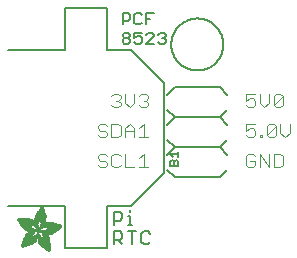
<source format=gbr>
G04 EAGLE Gerber RS-274X export*
G75*
%MOMM*%
%FSLAX34Y34*%
%LPD*%
%INSilkscreen Top*%
%IPPOS*%
%AMOC8*
5,1,8,0,0,1.08239X$1,22.5*%
G01*
%ADD10C,0.152400*%
%ADD11C,0.177800*%
%ADD12R,0.050800X0.006300*%
%ADD13R,0.082600X0.006400*%
%ADD14R,0.120600X0.006300*%
%ADD15R,0.139700X0.006400*%
%ADD16R,0.158800X0.006300*%
%ADD17R,0.177800X0.006400*%
%ADD18R,0.196800X0.006300*%
%ADD19R,0.215900X0.006400*%
%ADD20R,0.228600X0.006300*%
%ADD21R,0.241300X0.006400*%
%ADD22R,0.254000X0.006300*%
%ADD23R,0.266700X0.006400*%
%ADD24R,0.279400X0.006300*%
%ADD25R,0.285700X0.006400*%
%ADD26R,0.298400X0.006300*%
%ADD27R,0.311200X0.006400*%
%ADD28R,0.317500X0.006300*%
%ADD29R,0.330200X0.006400*%
%ADD30R,0.336600X0.006300*%
%ADD31R,0.349200X0.006400*%
%ADD32R,0.361900X0.006300*%
%ADD33R,0.368300X0.006400*%
%ADD34R,0.381000X0.006300*%
%ADD35R,0.387300X0.006400*%
%ADD36R,0.393700X0.006300*%
%ADD37R,0.406400X0.006400*%
%ADD38R,0.412700X0.006300*%
%ADD39R,0.419100X0.006400*%
%ADD40R,0.431800X0.006300*%
%ADD41R,0.438100X0.006400*%
%ADD42R,0.450800X0.006300*%
%ADD43R,0.457200X0.006400*%
%ADD44R,0.463500X0.006300*%
%ADD45R,0.476200X0.006400*%
%ADD46R,0.482600X0.006300*%
%ADD47R,0.488900X0.006400*%
%ADD48R,0.501600X0.006300*%
%ADD49R,0.508000X0.006400*%
%ADD50R,0.514300X0.006300*%
%ADD51R,0.527000X0.006400*%
%ADD52R,0.533400X0.006300*%
%ADD53R,0.546100X0.006400*%
%ADD54R,0.552400X0.006300*%
%ADD55R,0.558800X0.006400*%
%ADD56R,0.571500X0.006300*%
%ADD57R,0.577800X0.006400*%
%ADD58R,0.584200X0.006300*%
%ADD59R,0.596900X0.006400*%
%ADD60R,0.603200X0.006300*%
%ADD61R,0.609600X0.006400*%
%ADD62R,0.622300X0.006300*%
%ADD63R,0.628600X0.006400*%
%ADD64R,0.641300X0.006300*%
%ADD65R,0.647700X0.006400*%
%ADD66R,0.063500X0.006300*%
%ADD67R,0.654000X0.006300*%
%ADD68R,0.101600X0.006400*%
%ADD69R,0.666700X0.006400*%
%ADD70R,0.139700X0.006300*%
%ADD71R,0.673100X0.006300*%
%ADD72R,0.165100X0.006400*%
%ADD73R,0.679400X0.006400*%
%ADD74R,0.196900X0.006300*%
%ADD75R,0.692100X0.006300*%
%ADD76R,0.222200X0.006400*%
%ADD77R,0.698500X0.006400*%
%ADD78R,0.247700X0.006300*%
%ADD79R,0.704800X0.006300*%
%ADD80R,0.279400X0.006400*%
%ADD81R,0.717500X0.006400*%
%ADD82R,0.298500X0.006300*%
%ADD83R,0.723900X0.006300*%
%ADD84R,0.736600X0.006400*%
%ADD85R,0.342900X0.006300*%
%ADD86R,0.742900X0.006300*%
%ADD87R,0.374700X0.006400*%
%ADD88R,0.749300X0.006400*%
%ADD89R,0.762000X0.006300*%
%ADD90R,0.412700X0.006400*%
%ADD91R,0.768300X0.006400*%
%ADD92R,0.438100X0.006300*%
%ADD93R,0.774700X0.006300*%
%ADD94R,0.463600X0.006400*%
%ADD95R,0.787400X0.006400*%
%ADD96R,0.793700X0.006300*%
%ADD97R,0.495300X0.006400*%
%ADD98R,0.800100X0.006400*%
%ADD99R,0.520700X0.006300*%
%ADD100R,0.812800X0.006300*%
%ADD101R,0.533400X0.006400*%
%ADD102R,0.819100X0.006400*%
%ADD103R,0.558800X0.006300*%
%ADD104R,0.825500X0.006300*%
%ADD105R,0.577900X0.006400*%
%ADD106R,0.831800X0.006400*%
%ADD107R,0.596900X0.006300*%
%ADD108R,0.844500X0.006300*%
%ADD109R,0.616000X0.006400*%
%ADD110R,0.850900X0.006400*%
%ADD111R,0.635000X0.006300*%
%ADD112R,0.857200X0.006300*%
%ADD113R,0.654100X0.006400*%
%ADD114R,0.863600X0.006400*%
%ADD115R,0.666700X0.006300*%
%ADD116R,0.869900X0.006300*%
%ADD117R,0.685800X0.006400*%
%ADD118R,0.876300X0.006400*%
%ADD119R,0.882600X0.006300*%
%ADD120R,0.723900X0.006400*%
%ADD121R,0.889000X0.006400*%
%ADD122R,0.895300X0.006300*%
%ADD123R,0.755700X0.006400*%
%ADD124R,0.901700X0.006400*%
%ADD125R,0.908000X0.006300*%
%ADD126R,0.793800X0.006400*%
%ADD127R,0.914400X0.006400*%
%ADD128R,0.806400X0.006300*%
%ADD129R,0.920700X0.006300*%
%ADD130R,0.825500X0.006400*%
%ADD131R,0.927100X0.006400*%
%ADD132R,0.933400X0.006300*%
%ADD133R,0.857300X0.006400*%
%ADD134R,0.939800X0.006400*%
%ADD135R,0.870000X0.006300*%
%ADD136R,0.939800X0.006300*%
%ADD137R,0.946100X0.006400*%
%ADD138R,0.952500X0.006300*%
%ADD139R,0.908000X0.006400*%
%ADD140R,0.958800X0.006400*%
%ADD141R,0.965200X0.006300*%
%ADD142R,0.965200X0.006400*%
%ADD143R,0.971500X0.006300*%
%ADD144R,0.952500X0.006400*%
%ADD145R,0.977900X0.006400*%
%ADD146R,0.958800X0.006300*%
%ADD147R,0.984200X0.006300*%
%ADD148R,0.971500X0.006400*%
%ADD149R,0.984200X0.006400*%
%ADD150R,0.990600X0.006300*%
%ADD151R,0.984300X0.006400*%
%ADD152R,0.996900X0.006400*%
%ADD153R,0.997000X0.006300*%
%ADD154R,0.996900X0.006300*%
%ADD155R,1.003300X0.006400*%
%ADD156R,1.016000X0.006300*%
%ADD157R,1.009600X0.006300*%
%ADD158R,1.016000X0.006400*%
%ADD159R,1.009600X0.006400*%
%ADD160R,1.022300X0.006300*%
%ADD161R,1.028700X0.006400*%
%ADD162R,1.035100X0.006300*%
%ADD163R,1.047800X0.006400*%
%ADD164R,1.054100X0.006300*%
%ADD165R,1.028700X0.006300*%
%ADD166R,1.054100X0.006400*%
%ADD167R,1.035000X0.006400*%
%ADD168R,1.060400X0.006300*%
%ADD169R,1.035000X0.006300*%
%ADD170R,1.060500X0.006400*%
%ADD171R,1.041400X0.006400*%
%ADD172R,1.066800X0.006300*%
%ADD173R,1.041400X0.006300*%
%ADD174R,1.079500X0.006400*%
%ADD175R,1.047700X0.006400*%
%ADD176R,1.085900X0.006300*%
%ADD177R,1.047700X0.006300*%
%ADD178R,1.085800X0.006400*%
%ADD179R,1.092200X0.006300*%
%ADD180R,1.085900X0.006400*%
%ADD181R,1.098600X0.006300*%
%ADD182R,1.098600X0.006400*%
%ADD183R,1.060400X0.006400*%
%ADD184R,1.104900X0.006300*%
%ADD185R,1.104900X0.006400*%
%ADD186R,1.066800X0.006400*%
%ADD187R,1.111200X0.006300*%
%ADD188R,1.117600X0.006400*%
%ADD189R,1.117600X0.006300*%
%ADD190R,1.073100X0.006300*%
%ADD191R,1.073100X0.006400*%
%ADD192R,1.124000X0.006300*%
%ADD193R,1.079500X0.006300*%
%ADD194R,1.123900X0.006400*%
%ADD195R,1.130300X0.006300*%
%ADD196R,1.130300X0.006400*%
%ADD197R,1.136700X0.006400*%
%ADD198R,1.136700X0.006300*%
%ADD199R,1.085800X0.006300*%
%ADD200R,1.136600X0.006400*%
%ADD201R,1.136600X0.006300*%
%ADD202R,1.143000X0.006400*%
%ADD203R,1.143000X0.006300*%
%ADD204R,1.149400X0.006300*%
%ADD205R,1.149300X0.006300*%
%ADD206R,1.149300X0.006400*%
%ADD207R,1.149400X0.006400*%
%ADD208R,1.155700X0.006400*%
%ADD209R,1.155700X0.006300*%
%ADD210R,1.060500X0.006300*%
%ADD211R,2.197100X0.006400*%
%ADD212R,2.197100X0.006300*%
%ADD213R,2.184400X0.006300*%
%ADD214R,2.184400X0.006400*%
%ADD215R,2.171700X0.006400*%
%ADD216R,2.171700X0.006300*%
%ADD217R,1.530300X0.006400*%
%ADD218R,1.505000X0.006300*%
%ADD219R,1.492300X0.006400*%
%ADD220R,1.485900X0.006300*%
%ADD221R,0.565200X0.006300*%
%ADD222R,1.473200X0.006400*%
%ADD223R,0.565200X0.006400*%
%ADD224R,1.460500X0.006300*%
%ADD225R,1.454100X0.006400*%
%ADD226R,0.552400X0.006400*%
%ADD227R,1.441500X0.006300*%
%ADD228R,0.546100X0.006300*%
%ADD229R,1.435100X0.006400*%
%ADD230R,0.539800X0.006400*%
%ADD231R,1.428800X0.006300*%
%ADD232R,1.422400X0.006400*%
%ADD233R,1.409700X0.006300*%
%ADD234R,0.527100X0.006300*%
%ADD235R,1.403300X0.006400*%
%ADD236R,0.527100X0.006400*%
%ADD237R,1.390700X0.006300*%
%ADD238R,1.384300X0.006400*%
%ADD239R,0.520700X0.006400*%
%ADD240R,1.384300X0.006300*%
%ADD241R,0.514400X0.006300*%
%ADD242R,1.371600X0.006400*%
%ADD243R,1.365200X0.006300*%
%ADD244R,0.508000X0.006300*%
%ADD245R,1.352600X0.006400*%
%ADD246R,0.501700X0.006400*%
%ADD247R,0.711200X0.006300*%
%ADD248R,0.603300X0.006300*%
%ADD249R,0.501700X0.006300*%
%ADD250R,0.692100X0.006400*%
%ADD251R,0.571500X0.006400*%
%ADD252R,0.679400X0.006300*%
%ADD253R,0.495300X0.006300*%
%ADD254R,0.673100X0.006400*%
%ADD255R,0.666800X0.006300*%
%ADD256R,0.488900X0.006300*%
%ADD257R,0.660400X0.006400*%
%ADD258R,0.482600X0.006400*%
%ADD259R,0.476200X0.006300*%
%ADD260R,0.654000X0.006400*%
%ADD261R,0.469900X0.006400*%
%ADD262R,0.476300X0.006400*%
%ADD263R,0.647700X0.006300*%
%ADD264R,0.457200X0.006300*%
%ADD265R,0.469900X0.006300*%
%ADD266R,0.641300X0.006400*%
%ADD267R,0.444500X0.006400*%
%ADD268R,0.463600X0.006300*%
%ADD269R,0.635000X0.006400*%
%ADD270R,0.463500X0.006400*%
%ADD271R,0.393700X0.006400*%
%ADD272R,0.450800X0.006400*%
%ADD273R,0.628600X0.006300*%
%ADD274R,0.387400X0.006300*%
%ADD275R,0.450900X0.006300*%
%ADD276R,0.628700X0.006400*%
%ADD277R,0.374600X0.006400*%
%ADD278R,0.368300X0.006300*%
%ADD279R,0.438200X0.006300*%
%ADD280R,0.622300X0.006400*%
%ADD281R,0.355600X0.006400*%
%ADD282R,0.431800X0.006400*%
%ADD283R,0.349300X0.006300*%
%ADD284R,0.425400X0.006300*%
%ADD285R,0.615900X0.006300*%
%ADD286R,0.330200X0.006300*%
%ADD287R,0.419100X0.006300*%
%ADD288R,0.616000X0.006300*%
%ADD289R,0.311200X0.006300*%
%ADD290R,0.406400X0.006300*%
%ADD291R,0.615900X0.006400*%
%ADD292R,0.304800X0.006400*%
%ADD293R,0.158800X0.006400*%
%ADD294R,0.609600X0.006300*%
%ADD295R,0.292100X0.006300*%
%ADD296R,0.235000X0.006300*%
%ADD297R,0.387400X0.006400*%
%ADD298R,0.292100X0.006400*%
%ADD299R,0.336500X0.006300*%
%ADD300R,0.260400X0.006300*%
%ADD301R,0.603300X0.006400*%
%ADD302R,0.260400X0.006400*%
%ADD303R,0.362000X0.006400*%
%ADD304R,0.450900X0.006400*%
%ADD305R,0.355600X0.006300*%
%ADD306R,0.342900X0.006400*%
%ADD307R,0.514300X0.006400*%
%ADD308R,0.234900X0.006300*%
%ADD309R,0.539700X0.006300*%
%ADD310R,0.603200X0.006400*%
%ADD311R,0.234900X0.006400*%
%ADD312R,0.920700X0.006400*%
%ADD313R,0.958900X0.006400*%
%ADD314R,0.215900X0.006300*%
%ADD315R,0.209600X0.006400*%
%ADD316R,0.203200X0.006300*%
%ADD317R,1.003300X0.006300*%
%ADD318R,0.203200X0.006400*%
%ADD319R,0.196900X0.006400*%
%ADD320R,0.190500X0.006300*%
%ADD321R,0.190500X0.006400*%
%ADD322R,0.184200X0.006300*%
%ADD323R,0.590500X0.006400*%
%ADD324R,0.184200X0.006400*%
%ADD325R,0.590500X0.006300*%
%ADD326R,0.177800X0.006300*%
%ADD327R,0.584200X0.006400*%
%ADD328R,1.168400X0.006400*%
%ADD329R,0.171500X0.006300*%
%ADD330R,1.187500X0.006300*%
%ADD331R,1.200100X0.006400*%
%ADD332R,0.577800X0.006300*%
%ADD333R,1.212900X0.006300*%
%ADD334R,1.231900X0.006400*%
%ADD335R,1.250900X0.006300*%
%ADD336R,0.565100X0.006400*%
%ADD337R,0.184100X0.006400*%
%ADD338R,1.263700X0.006400*%
%ADD339R,0.565100X0.006300*%
%ADD340R,1.289100X0.006300*%
%ADD341R,1.314400X0.006400*%
%ADD342R,0.552500X0.006300*%
%ADD343R,1.568500X0.006300*%
%ADD344R,0.552500X0.006400*%
%ADD345R,1.581200X0.006400*%
%ADD346R,1.593800X0.006300*%
%ADD347R,1.606500X0.006400*%
%ADD348R,1.619300X0.006300*%
%ADD349R,0.514400X0.006400*%
%ADD350R,1.638300X0.006400*%
%ADD351R,1.657300X0.006300*%
%ADD352R,2.209800X0.006400*%
%ADD353R,2.425700X0.006300*%
%ADD354R,2.470100X0.006400*%
%ADD355R,2.501900X0.006300*%
%ADD356R,2.533700X0.006400*%
%ADD357R,2.559000X0.006300*%
%ADD358R,2.584500X0.006400*%
%ADD359R,2.609900X0.006300*%
%ADD360R,2.628900X0.006400*%
%ADD361R,2.660600X0.006300*%
%ADD362R,2.673400X0.006400*%
%ADD363R,1.422400X0.006300*%
%ADD364R,1.200200X0.006300*%
%ADD365R,1.365300X0.006300*%
%ADD366R,1.365300X0.006400*%
%ADD367R,1.352500X0.006300*%
%ADD368R,1.098500X0.006300*%
%ADD369R,1.358900X0.006400*%
%ADD370R,1.352600X0.006300*%
%ADD371R,1.358900X0.006300*%
%ADD372R,1.371600X0.006300*%
%ADD373R,1.377900X0.006400*%
%ADD374R,1.397000X0.006400*%
%ADD375R,1.403300X0.006300*%
%ADD376R,0.914400X0.006300*%
%ADD377R,0.876300X0.006300*%
%ADD378R,0.374600X0.006300*%
%ADD379R,1.073200X0.006400*%
%ADD380R,0.374700X0.006300*%
%ADD381R,0.844600X0.006400*%
%ADD382R,0.844600X0.006300*%
%ADD383R,0.831900X0.006400*%
%ADD384R,1.092200X0.006400*%
%ADD385R,0.400000X0.006300*%
%ADD386R,0.819200X0.006400*%
%ADD387R,1.111300X0.006400*%
%ADD388R,0.812800X0.006400*%
%ADD389R,0.800100X0.006300*%
%ADD390R,0.476300X0.006300*%
%ADD391R,1.181100X0.006300*%
%ADD392R,0.501600X0.006400*%
%ADD393R,1.193800X0.006400*%
%ADD394R,0.781000X0.006400*%
%ADD395R,1.238200X0.006400*%
%ADD396R,0.781100X0.006300*%
%ADD397R,1.257300X0.006300*%
%ADD398R,1.295400X0.006400*%
%ADD399R,1.333500X0.006300*%
%ADD400R,0.774700X0.006400*%
%ADD401R,1.866900X0.006400*%
%ADD402R,0.209600X0.006300*%
%ADD403R,1.866900X0.006300*%
%ADD404R,0.768400X0.006400*%
%ADD405R,0.209500X0.006400*%
%ADD406R,1.860600X0.006400*%
%ADD407R,0.762000X0.006400*%
%ADD408R,0.768400X0.006300*%
%ADD409R,1.860600X0.006300*%
%ADD410R,1.860500X0.006400*%
%ADD411R,0.222300X0.006300*%
%ADD412R,1.854200X0.006300*%
%ADD413R,0.235000X0.006400*%
%ADD414R,1.854200X0.006400*%
%ADD415R,0.768300X0.006300*%
%ADD416R,0.260300X0.006400*%
%ADD417R,1.847800X0.006400*%
%ADD418R,0.266700X0.006300*%
%ADD419R,1.847800X0.006300*%
%ADD420R,0.273100X0.006400*%
%ADD421R,1.841500X0.006400*%
%ADD422R,0.285800X0.006300*%
%ADD423R,1.841500X0.006300*%
%ADD424R,0.298500X0.006400*%
%ADD425R,1.835100X0.006400*%
%ADD426R,0.781000X0.006300*%
%ADD427R,0.304800X0.006300*%
%ADD428R,1.835100X0.006300*%
%ADD429R,0.317500X0.006400*%
%ADD430R,1.828800X0.006400*%
%ADD431R,0.787400X0.006300*%
%ADD432R,0.323800X0.006300*%
%ADD433R,1.828800X0.006300*%
%ADD434R,0.793700X0.006400*%
%ADD435R,1.822400X0.006400*%
%ADD436R,0.806500X0.006300*%
%ADD437R,1.822400X0.006300*%
%ADD438R,1.816100X0.006400*%
%ADD439R,0.819100X0.006300*%
%ADD440R,0.387300X0.006300*%
%ADD441R,1.816100X0.006300*%
%ADD442R,1.809800X0.006400*%
%ADD443R,1.803400X0.006300*%
%ADD444R,1.797000X0.006400*%
%ADD445R,0.901700X0.006300*%
%ADD446R,1.797000X0.006300*%
%ADD447R,1.441400X0.006400*%
%ADD448R,1.790700X0.006400*%
%ADD449R,1.447800X0.006300*%
%ADD450R,1.784300X0.006300*%
%ADD451R,1.447800X0.006400*%
%ADD452R,1.784300X0.006400*%
%ADD453R,1.454100X0.006300*%
%ADD454R,1.771700X0.006300*%
%ADD455R,1.460500X0.006400*%
%ADD456R,1.759000X0.006400*%
%ADD457R,1.466800X0.006300*%
%ADD458R,1.752600X0.006300*%
%ADD459R,1.466800X0.006400*%
%ADD460R,1.739900X0.006400*%
%ADD461R,1.473200X0.006300*%
%ADD462R,1.727200X0.006300*%
%ADD463R,1.479500X0.006400*%
%ADD464R,1.714500X0.006400*%
%ADD465R,1.695400X0.006300*%
%ADD466R,1.485900X0.006400*%
%ADD467R,1.682700X0.006400*%
%ADD468R,1.492200X0.006300*%
%ADD469R,1.663700X0.006300*%
%ADD470R,1.498600X0.006400*%
%ADD471R,1.644600X0.006400*%
%ADD472R,1.498600X0.006300*%
%ADD473R,1.619200X0.006300*%
%ADD474R,1.511300X0.006400*%
%ADD475R,1.600200X0.006400*%
%ADD476R,1.517700X0.006300*%
%ADD477R,1.574800X0.006300*%
%ADD478R,1.524000X0.006400*%
%ADD479R,1.555800X0.006400*%
%ADD480R,1.524000X0.006300*%
%ADD481R,1.536700X0.006300*%
%ADD482R,1.530400X0.006400*%
%ADD483R,1.517700X0.006400*%
%ADD484R,1.492300X0.006300*%
%ADD485R,1.549400X0.006400*%
%ADD486R,1.479600X0.006400*%
%ADD487R,1.549400X0.006300*%
%ADD488R,1.555700X0.006400*%
%ADD489R,1.562100X0.006300*%
%ADD490R,0.323900X0.006300*%
%ADD491R,1.568400X0.006400*%
%ADD492R,0.336600X0.006400*%
%ADD493R,1.587500X0.006300*%
%ADD494R,0.971600X0.006300*%
%ADD495R,0.349300X0.006400*%
%ADD496R,1.600200X0.006300*%
%ADD497R,0.920800X0.006300*%
%ADD498R,0.882700X0.006400*%
%ADD499R,1.612900X0.006300*%
%ADD500R,0.362000X0.006300*%
%ADD501R,1.625600X0.006400*%
%ADD502R,1.625600X0.006300*%
%ADD503R,1.644600X0.006300*%
%ADD504R,0.736600X0.006300*%
%ADD505R,0.717600X0.006400*%
%ADD506R,1.657400X0.006300*%
%ADD507R,0.679500X0.006300*%
%ADD508R,1.663700X0.006400*%
%ADD509R,0.400000X0.006400*%
%ADD510R,1.676400X0.006300*%
%ADD511R,1.676400X0.006400*%
%ADD512R,0.425500X0.006400*%
%ADD513R,1.352500X0.006400*%
%ADD514R,0.444500X0.006300*%
%ADD515R,0.361900X0.006400*%
%ADD516R,0.088900X0.006300*%
%ADD517R,1.009700X0.006300*%
%ADD518R,1.009700X0.006400*%
%ADD519R,1.022300X0.006400*%
%ADD520R,1.346200X0.006400*%
%ADD521R,1.346200X0.006300*%
%ADD522R,1.339900X0.006400*%
%ADD523R,1.035100X0.006400*%
%ADD524R,1.339800X0.006300*%
%ADD525R,1.333500X0.006400*%
%ADD526R,1.327200X0.006400*%
%ADD527R,1.320800X0.006300*%
%ADD528R,1.314500X0.006400*%
%ADD529R,1.314400X0.006300*%
%ADD530R,1.301700X0.006400*%
%ADD531R,1.295400X0.006300*%
%ADD532R,1.289000X0.006400*%
%ADD533R,1.276300X0.006300*%
%ADD534R,1.251000X0.006300*%
%ADD535R,1.244600X0.006400*%
%ADD536R,1.231900X0.006300*%
%ADD537R,1.212800X0.006400*%
%ADD538R,1.200100X0.006300*%
%ADD539R,1.187400X0.006400*%
%ADD540R,1.168400X0.006300*%
%ADD541R,1.047800X0.006300*%
%ADD542R,0.977900X0.006300*%
%ADD543R,0.946200X0.006400*%
%ADD544R,0.933400X0.006400*%
%ADD545R,0.895300X0.006400*%
%ADD546R,0.882700X0.006300*%
%ADD547R,0.863600X0.006300*%
%ADD548R,0.857200X0.006400*%
%ADD549R,0.850900X0.006300*%
%ADD550R,0.838200X0.006300*%
%ADD551R,0.806500X0.006400*%
%ADD552R,0.717600X0.006300*%
%ADD553R,0.711200X0.006400*%
%ADD554R,0.641400X0.006400*%
%ADD555R,0.641400X0.006300*%
%ADD556R,0.628700X0.006300*%
%ADD557R,0.590600X0.006300*%
%ADD558R,0.539700X0.006400*%
%ADD559R,0.285700X0.006300*%
%ADD560R,0.222200X0.006300*%
%ADD561R,0.171400X0.006300*%
%ADD562R,0.152400X0.006400*%
%ADD563R,0.133400X0.006300*%
%ADD564C,0.203200*%
%ADD565C,0.200000*%
%ADD566C,0.101600*%


D10*
X97536Y195453D02*
X97536Y204859D01*
X102239Y204859D01*
X103807Y203291D01*
X103807Y200156D01*
X102239Y198588D01*
X97536Y198588D01*
X112296Y204859D02*
X113864Y203291D01*
X112296Y204859D02*
X109160Y204859D01*
X107593Y203291D01*
X107593Y197021D01*
X109160Y195453D01*
X112296Y195453D01*
X113864Y197021D01*
X117650Y195453D02*
X117650Y204859D01*
X123920Y204859D01*
X120785Y200156D02*
X117650Y200156D01*
X99104Y188476D02*
X97536Y186908D01*
X99104Y188476D02*
X102239Y188476D01*
X103807Y186908D01*
X103807Y185341D01*
X102239Y183773D01*
X103807Y182205D01*
X103807Y180638D01*
X102239Y179070D01*
X99104Y179070D01*
X97536Y180638D01*
X97536Y182205D01*
X99104Y183773D01*
X97536Y185341D01*
X97536Y186908D01*
X99104Y183773D02*
X102239Y183773D01*
X107593Y188476D02*
X113864Y188476D01*
X107593Y188476D02*
X107593Y183773D01*
X110728Y185341D01*
X112296Y185341D01*
X113864Y183773D01*
X113864Y180638D01*
X112296Y179070D01*
X109160Y179070D01*
X107593Y180638D01*
X117650Y179070D02*
X123920Y179070D01*
X117650Y179070D02*
X123920Y185341D01*
X123920Y186908D01*
X122353Y188476D01*
X119217Y188476D01*
X117650Y186908D01*
X127706Y186908D02*
X129274Y188476D01*
X132409Y188476D01*
X133977Y186908D01*
X133977Y185341D01*
X132409Y183773D01*
X130842Y183773D01*
X132409Y183773D02*
X133977Y182205D01*
X133977Y180638D01*
X132409Y179070D01*
X129274Y179070D01*
X127706Y180638D01*
D11*
X90043Y20202D02*
X90043Y9271D01*
X90043Y20202D02*
X95509Y20202D01*
X97331Y18380D01*
X97331Y14737D01*
X95509Y12915D01*
X90043Y12915D01*
X93687Y12915D02*
X97331Y9271D01*
X105381Y9271D02*
X105381Y20202D01*
X101737Y20202D02*
X109025Y20202D01*
X118897Y20202D02*
X120718Y18380D01*
X118897Y20202D02*
X115253Y20202D01*
X113431Y18380D01*
X113431Y11093D01*
X115253Y9271D01*
X118897Y9271D01*
X120718Y11093D01*
X90043Y25781D02*
X90043Y36712D01*
X95509Y36712D01*
X97331Y34890D01*
X97331Y31247D01*
X95509Y29425D01*
X90043Y29425D01*
X101737Y33069D02*
X103559Y33069D01*
X103559Y25781D01*
X101737Y25781D02*
X105381Y25781D01*
X103559Y36712D02*
X103559Y38534D01*
D12*
X35020Y2985D03*
D13*
X35052Y3048D03*
D14*
X35052Y3112D03*
D15*
X35021Y3175D03*
D16*
X35052Y3239D03*
D17*
X35020Y3302D03*
D18*
X35052Y3366D03*
D19*
X35021Y3429D03*
D20*
X35020Y3493D03*
D21*
X34957Y3556D03*
D22*
X34957Y3620D03*
D23*
X34894Y3683D03*
D24*
X34893Y3747D03*
D25*
X34862Y3810D03*
D26*
X34798Y3874D03*
D27*
X34798Y3937D03*
D28*
X34767Y4001D03*
D29*
X34703Y4064D03*
D30*
X34671Y4128D03*
D31*
X34671Y4191D03*
D32*
X34608Y4255D03*
D33*
X34576Y4318D03*
D34*
X34512Y4382D03*
D35*
X34481Y4445D03*
D36*
X34449Y4509D03*
D37*
X34385Y4572D03*
D38*
X34354Y4636D03*
D39*
X34322Y4699D03*
D40*
X34258Y4763D03*
D41*
X34227Y4826D03*
D42*
X34163Y4890D03*
D43*
X34131Y4953D03*
D44*
X34100Y5017D03*
D45*
X34036Y5080D03*
D46*
X34004Y5144D03*
D47*
X33973Y5207D03*
D48*
X33909Y5271D03*
D49*
X33877Y5334D03*
D50*
X33846Y5398D03*
D51*
X33782Y5461D03*
D52*
X33750Y5525D03*
D53*
X33687Y5588D03*
D54*
X33655Y5652D03*
D55*
X33623Y5715D03*
D56*
X33560Y5779D03*
D57*
X33528Y5842D03*
D58*
X33496Y5906D03*
D59*
X33433Y5969D03*
D60*
X33401Y6033D03*
D61*
X33369Y6096D03*
D62*
X33306Y6160D03*
D63*
X33274Y6223D03*
D64*
X33211Y6287D03*
D65*
X33179Y6350D03*
D66*
X13367Y6414D03*
D67*
X33147Y6414D03*
D68*
X13367Y6477D03*
D69*
X33084Y6477D03*
D70*
X13431Y6541D03*
D71*
X33052Y6541D03*
D72*
X13494Y6604D03*
D73*
X33020Y6604D03*
D74*
X13526Y6668D03*
D75*
X32957Y6668D03*
D76*
X13589Y6731D03*
D77*
X32925Y6731D03*
D78*
X13653Y6795D03*
D79*
X32893Y6795D03*
D80*
X13748Y6858D03*
D81*
X32830Y6858D03*
D82*
X13780Y6922D03*
D83*
X32798Y6922D03*
D29*
X13875Y6985D03*
D84*
X32734Y6985D03*
D85*
X13939Y7049D03*
D86*
X32703Y7049D03*
D87*
X14034Y7112D03*
D88*
X32671Y7112D03*
D36*
X14129Y7176D03*
D89*
X32607Y7176D03*
D90*
X14161Y7239D03*
D91*
X32576Y7239D03*
D92*
X14288Y7303D03*
D93*
X32544Y7303D03*
D94*
X14351Y7366D03*
D95*
X32480Y7366D03*
D46*
X14446Y7430D03*
D96*
X32449Y7430D03*
D97*
X14510Y7493D03*
D98*
X32417Y7493D03*
D99*
X14637Y7557D03*
D100*
X32353Y7557D03*
D101*
X14700Y7620D03*
D102*
X32322Y7620D03*
D103*
X14827Y7684D03*
D104*
X32290Y7684D03*
D105*
X14923Y7747D03*
D106*
X32258Y7747D03*
D107*
X15018Y7811D03*
D108*
X32195Y7811D03*
D109*
X15113Y7874D03*
D110*
X32163Y7874D03*
D111*
X15208Y7938D03*
D112*
X32131Y7938D03*
D113*
X15304Y8001D03*
D114*
X32099Y8001D03*
D115*
X15431Y8065D03*
D116*
X32068Y8065D03*
D117*
X15526Y8128D03*
D118*
X32036Y8128D03*
D79*
X15621Y8192D03*
D119*
X32004Y8192D03*
D120*
X15717Y8255D03*
D121*
X31972Y8255D03*
D86*
X15812Y8319D03*
D122*
X31941Y8319D03*
D123*
X15939Y8382D03*
D124*
X31909Y8382D03*
D93*
X16034Y8446D03*
D125*
X31877Y8446D03*
D126*
X16129Y8509D03*
D127*
X31845Y8509D03*
D128*
X16256Y8573D03*
D129*
X31814Y8573D03*
D130*
X16352Y8636D03*
D131*
X31782Y8636D03*
D108*
X16447Y8700D03*
D132*
X31750Y8700D03*
D133*
X16574Y8763D03*
D134*
X31718Y8763D03*
D135*
X16637Y8827D03*
D136*
X31718Y8827D03*
D121*
X16732Y8890D03*
D137*
X31687Y8890D03*
D122*
X16828Y8954D03*
D138*
X31655Y8954D03*
D139*
X16891Y9017D03*
D140*
X31623Y9017D03*
D129*
X16955Y9081D03*
D141*
X31591Y9081D03*
D131*
X17050Y9144D03*
D142*
X31591Y9144D03*
D136*
X17113Y9208D03*
D143*
X31560Y9208D03*
D144*
X17177Y9271D03*
D145*
X31528Y9271D03*
D146*
X17272Y9335D03*
D147*
X31496Y9335D03*
D148*
X17336Y9398D03*
D149*
X31496Y9398D03*
D147*
X17399Y9462D03*
D150*
X31464Y9462D03*
D151*
X17463Y9525D03*
D152*
X31433Y9525D03*
D153*
X17526Y9589D03*
D154*
X31433Y9589D03*
D155*
X17558Y9652D03*
X31401Y9652D03*
D156*
X17621Y9716D03*
D157*
X31369Y9716D03*
D158*
X17685Y9779D03*
D159*
X31369Y9779D03*
D160*
X17717Y9843D03*
D156*
X31337Y9843D03*
D161*
X17812Y9906D03*
D158*
X31337Y9906D03*
D162*
X17844Y9970D03*
D160*
X31306Y9970D03*
D163*
X17907Y10033D03*
D161*
X31274Y10033D03*
D164*
X17939Y10097D03*
D165*
X31274Y10097D03*
D166*
X18003Y10160D03*
D167*
X31242Y10160D03*
D168*
X18034Y10224D03*
D169*
X31242Y10224D03*
D170*
X18098Y10287D03*
D171*
X31210Y10287D03*
D172*
X18129Y10351D03*
D173*
X31210Y10351D03*
D174*
X18193Y10414D03*
D175*
X31179Y10414D03*
D176*
X18225Y10478D03*
D177*
X31179Y10478D03*
D178*
X18288Y10541D03*
D166*
X31147Y10541D03*
D179*
X18320Y10605D03*
D164*
X31147Y10605D03*
D180*
X18352Y10668D03*
D166*
X31147Y10668D03*
D181*
X18415Y10732D03*
D168*
X31115Y10732D03*
D182*
X18415Y10795D03*
D183*
X31115Y10795D03*
D184*
X18447Y10859D03*
D172*
X31083Y10859D03*
D185*
X18511Y10922D03*
D186*
X31083Y10922D03*
D187*
X18542Y10986D03*
D172*
X31083Y10986D03*
D188*
X18574Y11049D03*
D186*
X31083Y11049D03*
D189*
X18637Y11113D03*
D190*
X31052Y11113D03*
D188*
X18637Y11176D03*
D191*
X31052Y11176D03*
D192*
X18669Y11240D03*
D193*
X31020Y11240D03*
D194*
X18733Y11303D03*
D174*
X31020Y11303D03*
D195*
X18765Y11367D03*
D193*
X31020Y11367D03*
D196*
X18765Y11430D03*
D174*
X31020Y11430D03*
D195*
X18828Y11494D03*
D193*
X31020Y11494D03*
D197*
X18860Y11557D03*
D178*
X30988Y11557D03*
D198*
X18860Y11621D03*
D199*
X30988Y11621D03*
D200*
X18923Y11684D03*
D174*
X30957Y11684D03*
D201*
X18923Y11748D03*
D193*
X30957Y11748D03*
D202*
X18955Y11811D03*
D180*
X30925Y11811D03*
D203*
X19018Y11875D03*
D176*
X30925Y11875D03*
D202*
X19018Y11938D03*
D180*
X30925Y11938D03*
D204*
X19050Y12002D03*
D176*
X30925Y12002D03*
D202*
X19082Y12065D03*
D180*
X30925Y12065D03*
D205*
X19114Y12129D03*
D176*
X30925Y12129D03*
D206*
X19114Y12192D03*
D180*
X30925Y12192D03*
D204*
X19177Y12256D03*
D176*
X30925Y12256D03*
D207*
X19177Y12319D03*
D180*
X30925Y12319D03*
D204*
X19177Y12383D03*
D199*
X30861Y12383D03*
D206*
X19241Y12446D03*
D178*
X30861Y12446D03*
D205*
X19241Y12510D03*
D199*
X30861Y12510D03*
D208*
X19273Y12573D03*
D178*
X30861Y12573D03*
D204*
X19304Y12637D03*
D199*
X30861Y12637D03*
D207*
X19304Y12700D03*
D178*
X30861Y12700D03*
D209*
X19336Y12764D03*
D199*
X30861Y12764D03*
D206*
X19368Y12827D03*
D178*
X30861Y12827D03*
D205*
X19368Y12891D03*
D193*
X30830Y12891D03*
D208*
X19400Y12954D03*
D174*
X30830Y12954D03*
D204*
X19431Y13018D03*
D193*
X30830Y13018D03*
D207*
X19431Y13081D03*
D174*
X30830Y13081D03*
D204*
X19431Y13145D03*
D193*
X30830Y13145D03*
D206*
X19495Y13208D03*
D191*
X30798Y13208D03*
D205*
X19495Y13272D03*
D190*
X30798Y13272D03*
D206*
X19495Y13335D03*
D186*
X30829Y13335D03*
D204*
X19558Y13399D03*
D172*
X30829Y13399D03*
D207*
X19558Y13462D03*
D186*
X30829Y13462D03*
D204*
X19558Y13526D03*
D210*
X30798Y13526D03*
D202*
X19590Y13589D03*
D170*
X30798Y13589D03*
D205*
X19622Y13653D03*
D210*
X30798Y13653D03*
D206*
X19622Y13716D03*
D166*
X30766Y13716D03*
D203*
X19653Y13780D03*
D164*
X30766Y13780D03*
D207*
X19685Y13843D03*
D166*
X30766Y13843D03*
D204*
X19685Y13907D03*
D164*
X30766Y13907D03*
D211*
X24988Y13970D03*
D212*
X24988Y14034D03*
D211*
X24988Y14097D03*
D213*
X24987Y14161D03*
D214*
X24987Y14224D03*
D213*
X24987Y14288D03*
D215*
X24988Y14351D03*
D216*
X24988Y14415D03*
D217*
X21781Y14478D03*
D59*
X32798Y14478D03*
D218*
X21717Y14542D03*
D58*
X32861Y14542D03*
D219*
X21654Y14605D03*
D57*
X32893Y14605D03*
D220*
X21622Y14669D03*
D221*
X32893Y14669D03*
D222*
X21558Y14732D03*
D223*
X32893Y14732D03*
D224*
X21559Y14796D03*
D54*
X32893Y14796D03*
D225*
X21527Y14859D03*
D226*
X32893Y14859D03*
D227*
X21527Y14923D03*
D228*
X32862Y14923D03*
D229*
X21495Y14986D03*
D230*
X32893Y14986D03*
D231*
X21463Y15050D03*
D52*
X32861Y15050D03*
D232*
X21431Y15113D03*
D101*
X32861Y15113D03*
D233*
X21432Y15177D03*
D234*
X32830Y15177D03*
D235*
X21400Y15240D03*
D236*
X32830Y15240D03*
D237*
X21400Y15304D03*
D99*
X32798Y15304D03*
D238*
X21368Y15367D03*
D239*
X32798Y15367D03*
D240*
X21368Y15431D03*
D241*
X32766Y15431D03*
D242*
X21368Y15494D03*
D49*
X32734Y15494D03*
D243*
X21336Y15558D03*
D244*
X32734Y15558D03*
D245*
X21336Y15621D03*
D246*
X32703Y15621D03*
D247*
X18129Y15685D03*
D248*
X25083Y15685D03*
D249*
X32703Y15685D03*
D250*
X18098Y15748D03*
D251*
X25178Y15748D03*
D97*
X32671Y15748D03*
D252*
X18034Y15812D03*
D228*
X25242Y15812D03*
D253*
X32608Y15812D03*
D254*
X18066Y15875D03*
D101*
X25305Y15875D03*
D47*
X32576Y15875D03*
D255*
X18034Y15939D03*
D50*
X25337Y15939D03*
D256*
X32576Y15939D03*
D257*
X18002Y16002D03*
D97*
X25369Y16002D03*
D258*
X32544Y16002D03*
D67*
X18034Y16066D03*
D46*
X25432Y16066D03*
D259*
X32512Y16066D03*
D260*
X18034Y16129D03*
D261*
X25432Y16129D03*
D262*
X32449Y16129D03*
D263*
X18066Y16193D03*
D264*
X25495Y16193D03*
D265*
X32417Y16193D03*
D266*
X18098Y16256D03*
D267*
X25496Y16256D03*
D261*
X32417Y16256D03*
D64*
X18098Y16320D03*
D40*
X25559Y16320D03*
D268*
X32385Y16320D03*
D269*
X18129Y16383D03*
D39*
X25559Y16383D03*
D270*
X32322Y16383D03*
D111*
X18129Y16447D03*
D38*
X25591Y16447D03*
D264*
X32290Y16447D03*
D63*
X18161Y16510D03*
D271*
X25623Y16510D03*
D272*
X32258Y16510D03*
D273*
X18161Y16574D03*
D274*
X25654Y16574D03*
D275*
X32195Y16574D03*
D276*
X18225Y16637D03*
D277*
X25654Y16637D03*
D267*
X32163Y16637D03*
D62*
X18257Y16701D03*
D278*
X25686Y16701D03*
D279*
X32131Y16701D03*
D280*
X18257Y16764D03*
D281*
X25686Y16764D03*
D282*
X32036Y16764D03*
D62*
X18320Y16828D03*
D283*
X25718Y16828D03*
D284*
X32004Y16828D03*
D280*
X18320Y16891D03*
D29*
X25749Y16891D03*
D39*
X31973Y16891D03*
D285*
X18352Y16955D03*
D286*
X25749Y16955D03*
D287*
X31909Y16955D03*
D109*
X18415Y17018D03*
D27*
X25781Y17018D03*
D37*
X31845Y17018D03*
D288*
X18415Y17082D03*
D289*
X25781Y17082D03*
D290*
X31782Y17082D03*
D291*
X18479Y17145D03*
D292*
X25813Y17145D03*
D271*
X31719Y17145D03*
D293*
X35687Y17145D03*
D294*
X18510Y17209D03*
D295*
X25813Y17209D03*
D36*
X31655Y17209D03*
D296*
X35687Y17209D03*
D109*
X18542Y17272D03*
D25*
X25845Y17272D03*
D297*
X31623Y17272D03*
D298*
X35719Y17272D03*
D285*
X18606Y17336D03*
D24*
X25876Y17336D03*
D34*
X31528Y17336D03*
D299*
X35751Y17336D03*
D61*
X18637Y17399D03*
D23*
X25877Y17399D03*
D277*
X31496Y17399D03*
D87*
X35751Y17399D03*
D294*
X18701Y17463D03*
D300*
X25908Y17463D03*
D278*
X31401Y17463D03*
D38*
X35751Y17463D03*
D301*
X18733Y17526D03*
D302*
X25908Y17526D03*
D303*
X31369Y17526D03*
D304*
X35751Y17526D03*
D294*
X18764Y17590D03*
D22*
X25940Y17590D03*
D305*
X31274Y17590D03*
D46*
X35719Y17590D03*
D61*
X18828Y17653D03*
D21*
X25940Y17653D03*
D306*
X31211Y17653D03*
D307*
X35751Y17653D03*
D248*
X18860Y17717D03*
D308*
X25972Y17717D03*
D85*
X31147Y17717D03*
D309*
X35751Y17717D03*
D310*
X18923Y17780D03*
D311*
X25972Y17780D03*
D312*
X33973Y17780D03*
D248*
X18987Y17844D03*
D20*
X26003Y17844D03*
D132*
X34036Y17844D03*
D310*
X19050Y17907D03*
D19*
X26004Y17907D03*
D313*
X34100Y17907D03*
D107*
X19082Y17971D03*
D314*
X26004Y17971D03*
D141*
X34131Y17971D03*
D59*
X19146Y18034D03*
D315*
X26035Y18034D03*
D149*
X34163Y18034D03*
D107*
X19209Y18098D03*
D316*
X26067Y18098D03*
D317*
X34195Y18098D03*
D59*
X19273Y18161D03*
D318*
X26067Y18161D03*
D158*
X34258Y18161D03*
D107*
X19336Y18225D03*
D74*
X26099Y18225D03*
D169*
X34290Y18225D03*
D59*
X19400Y18288D03*
D319*
X26099Y18288D03*
D163*
X34290Y18288D03*
D107*
X19463Y18352D03*
D320*
X26131Y18352D03*
D172*
X34322Y18352D03*
D59*
X19527Y18415D03*
D321*
X26131Y18415D03*
D191*
X34354Y18415D03*
D107*
X19590Y18479D03*
D322*
X26162Y18479D03*
D179*
X34385Y18479D03*
D323*
X19622Y18542D03*
D324*
X26162Y18542D03*
D185*
X34386Y18542D03*
D325*
X19749Y18606D03*
D326*
X26194Y18606D03*
D192*
X34417Y18606D03*
D327*
X19780Y18669D03*
D17*
X26194Y18669D03*
D200*
X34417Y18669D03*
D325*
X19876Y18733D03*
D326*
X26194Y18733D03*
D209*
X34449Y18733D03*
D327*
X19971Y18796D03*
D17*
X26194Y18796D03*
D328*
X34449Y18796D03*
D58*
X20034Y18860D03*
D329*
X26226Y18860D03*
D330*
X34481Y18860D03*
D105*
X20130Y18923D03*
D17*
X26257Y18923D03*
D331*
X34481Y18923D03*
D332*
X20193Y18987D03*
D326*
X26257Y18987D03*
D333*
X34481Y18987D03*
D57*
X20320Y19050D03*
D324*
X26289Y19050D03*
D334*
X34513Y19050D03*
D56*
X20416Y19114D03*
D322*
X26289Y19114D03*
D335*
X34481Y19114D03*
D336*
X20511Y19177D03*
D337*
X26353Y19177D03*
D338*
X34481Y19177D03*
D339*
X20638Y19241D03*
D74*
X26353Y19241D03*
D340*
X34481Y19241D03*
D55*
X20733Y19304D03*
D315*
X26416Y19304D03*
D341*
X34417Y19304D03*
D342*
X20892Y19368D03*
D343*
X33211Y19368D03*
D344*
X21019Y19431D03*
D345*
X33274Y19431D03*
D52*
X21177Y19495D03*
D346*
X33274Y19495D03*
D101*
X21368Y19558D03*
D347*
X33338Y19558D03*
D99*
X21495Y19622D03*
D348*
X33338Y19622D03*
D349*
X21717Y19685D03*
D350*
X33370Y19685D03*
D99*
X21940Y19749D03*
D351*
X33338Y19749D03*
D352*
X30639Y19812D03*
D353*
X29687Y19876D03*
D354*
X29528Y19939D03*
D355*
X29433Y20003D03*
D356*
X29401Y20066D03*
D357*
X29337Y20130D03*
D358*
X29274Y20193D03*
D359*
X29274Y20257D03*
D360*
X29242Y20320D03*
D361*
X29210Y20384D03*
D362*
X29210Y20447D03*
D363*
X22765Y20511D03*
D364*
X36703Y20511D03*
D238*
X22511Y20574D03*
D208*
X36989Y20574D03*
D365*
X22289Y20638D03*
D192*
X37211Y20638D03*
D366*
X22162Y20701D03*
D188*
X37370Y20701D03*
D367*
X22035Y20765D03*
D368*
X37529Y20765D03*
D369*
X21940Y20828D03*
D180*
X37656Y20828D03*
D370*
X21844Y20892D03*
D193*
X37815Y20892D03*
D369*
X21749Y20955D03*
D186*
X37941Y20955D03*
D371*
X21686Y21019D03*
D210*
X38037Y21019D03*
D242*
X21622Y21082D03*
D170*
X38164Y21082D03*
D372*
X21558Y21146D03*
D164*
X38259Y21146D03*
D373*
X21527Y21209D03*
D183*
X38354Y21209D03*
D240*
X21495Y21273D03*
D164*
X38450Y21273D03*
D374*
X21431Y21336D03*
D170*
X38545Y21336D03*
D375*
X21400Y21400D03*
D164*
X38640Y21400D03*
D134*
X19018Y21463D03*
D37*
X26384Y21463D03*
D166*
X38704Y21463D03*
D376*
X18828Y21527D03*
D36*
X26512Y21527D03*
D210*
X38799Y21527D03*
D121*
X18637Y21590D03*
D87*
X26607Y21590D03*
D183*
X38862Y21590D03*
D377*
X18511Y21654D03*
D378*
X26670Y21654D03*
D190*
X38926Y21654D03*
D114*
X18383Y21717D03*
D33*
X26702Y21717D03*
D379*
X38989Y21717D03*
D112*
X18288Y21781D03*
D380*
X26734Y21781D03*
D190*
X39053Y21781D03*
D381*
X18161Y21844D03*
D277*
X26797Y21844D03*
D178*
X39116Y21844D03*
D382*
X18034Y21908D03*
D34*
X26829Y21908D03*
D179*
X39148Y21908D03*
D383*
X17971Y21971D03*
D35*
X26861Y21971D03*
D384*
X39211Y21971D03*
D104*
X17876Y22035D03*
D385*
X26924Y22035D03*
D184*
X39275Y22035D03*
D386*
X17780Y22098D03*
D37*
X26956Y22098D03*
D387*
X39307Y22098D03*
D100*
X17685Y22162D03*
D287*
X27020Y22162D03*
D195*
X39339Y22162D03*
D388*
X17621Y22225D03*
D282*
X27083Y22225D03*
D200*
X39370Y22225D03*
D128*
X17526Y22289D03*
D92*
X27115Y22289D03*
D204*
X39370Y22289D03*
D98*
X17431Y22352D03*
D94*
X27178Y22352D03*
D328*
X39402Y22352D03*
D389*
X17368Y22416D03*
D390*
X27242Y22416D03*
D391*
X39402Y22416D03*
D126*
X17272Y22479D03*
D392*
X27305Y22479D03*
D393*
X39402Y22479D03*
D96*
X17209Y22543D03*
D50*
X27369Y22543D03*
D333*
X39434Y22543D03*
D394*
X17145Y22606D03*
D53*
X27464Y22606D03*
D395*
X39370Y22606D03*
D396*
X17082Y22670D03*
D332*
X27559Y22670D03*
D397*
X39339Y22670D03*
D394*
X17018Y22733D03*
D109*
X27686Y22733D03*
D398*
X39275Y22733D03*
D396*
X16955Y22797D03*
D20*
X25749Y22797D03*
D284*
X29083Y22797D03*
D399*
X39148Y22797D03*
D400*
X16923Y22860D03*
D19*
X25623Y22860D03*
D401*
X36545Y22860D03*
D93*
X16860Y22924D03*
D402*
X25527Y22924D03*
D403*
X36608Y22924D03*
D404*
X16764Y22987D03*
D405*
X25464Y22987D03*
D406*
X36703Y22987D03*
D93*
X16733Y23051D03*
D402*
X25400Y23051D03*
D403*
X36735Y23051D03*
D407*
X16669Y23114D03*
D19*
X25369Y23114D03*
D406*
X36830Y23114D03*
D408*
X16637Y23178D03*
D314*
X25305Y23178D03*
D409*
X36830Y23178D03*
D91*
X16574Y23241D03*
D76*
X25273Y23241D03*
D410*
X36894Y23241D03*
D408*
X16510Y23305D03*
D411*
X25210Y23305D03*
D412*
X36925Y23305D03*
D407*
X16478Y23368D03*
D413*
X25146Y23368D03*
D414*
X36989Y23368D03*
D415*
X16447Y23432D03*
D308*
X25083Y23432D03*
D412*
X36989Y23432D03*
D404*
X16383Y23495D03*
D21*
X25051Y23495D03*
D414*
X37052Y23495D03*
D89*
X16351Y23559D03*
D22*
X24987Y23559D03*
D412*
X37052Y23559D03*
D91*
X16320Y23622D03*
D416*
X24956Y23622D03*
D417*
X37084Y23622D03*
D408*
X16256Y23686D03*
D418*
X24861Y23686D03*
D419*
X37084Y23686D03*
D400*
X16225Y23749D03*
D420*
X24829Y23749D03*
D421*
X37116Y23749D03*
D93*
X16225Y23813D03*
D422*
X24765Y23813D03*
D423*
X37116Y23813D03*
D400*
X16161Y23876D03*
D424*
X24702Y23876D03*
D425*
X37148Y23876D03*
D426*
X16129Y23940D03*
D427*
X24606Y23940D03*
D428*
X37148Y23940D03*
D95*
X16097Y24003D03*
D429*
X24543Y24003D03*
D430*
X37179Y24003D03*
D431*
X16097Y24067D03*
D432*
X24511Y24067D03*
D433*
X37179Y24067D03*
D434*
X16066Y24130D03*
D306*
X24416Y24130D03*
D435*
X37211Y24130D03*
D436*
X16066Y24194D03*
D305*
X24352Y24194D03*
D437*
X37211Y24194D03*
D388*
X16034Y24257D03*
D277*
X24257Y24257D03*
D438*
X37180Y24257D03*
D439*
X16066Y24321D03*
D440*
X24194Y24321D03*
D441*
X37180Y24321D03*
D383*
X16066Y24384D03*
D37*
X24098Y24384D03*
D442*
X37211Y24384D03*
D108*
X16066Y24448D03*
D284*
X24003Y24448D03*
D443*
X37179Y24448D03*
D114*
X16161Y24511D03*
D43*
X23844Y24511D03*
D444*
X37211Y24511D03*
D445*
X16288Y24575D03*
D48*
X23622Y24575D03*
D446*
X37211Y24575D03*
D447*
X18923Y24638D03*
D448*
X37180Y24638D03*
D449*
X18891Y24702D03*
D450*
X37148Y24702D03*
D451*
X18891Y24765D03*
D452*
X37148Y24765D03*
D453*
X18860Y24829D03*
D454*
X37148Y24829D03*
D455*
X18828Y24892D03*
D456*
X37084Y24892D03*
D457*
X18796Y24956D03*
D458*
X37052Y24956D03*
D459*
X18796Y25019D03*
D460*
X36989Y25019D03*
D461*
X18764Y25083D03*
D462*
X36989Y25083D03*
D463*
X18733Y25146D03*
D464*
X36926Y25146D03*
D220*
X18701Y25210D03*
D465*
X36830Y25210D03*
D466*
X18701Y25273D03*
D467*
X36767Y25273D03*
D468*
X18669Y25337D03*
D469*
X36672Y25337D03*
D470*
X18637Y25400D03*
D471*
X36576Y25400D03*
D472*
X18637Y25464D03*
D473*
X36449Y25464D03*
D474*
X18638Y25527D03*
D475*
X36417Y25527D03*
D476*
X18606Y25591D03*
D477*
X36290Y25591D03*
D478*
X18574Y25654D03*
D479*
X36195Y25654D03*
D480*
X18574Y25718D03*
D481*
X36100Y25718D03*
D482*
X18542Y25781D03*
D483*
X36005Y25781D03*
D481*
X18511Y25845D03*
D484*
X35878Y25845D03*
D485*
X18510Y25908D03*
D486*
X35814Y25908D03*
D487*
X18510Y25972D03*
D289*
X29972Y25972D03*
D203*
X37306Y25972D03*
D488*
X18479Y26035D03*
D429*
X30004Y26035D03*
D185*
X37243Y26035D03*
D489*
X18447Y26099D03*
D490*
X30036Y26099D03*
D199*
X37211Y26099D03*
D491*
X18415Y26162D03*
D29*
X30067Y26162D03*
D166*
X37116Y26162D03*
D477*
X18447Y26226D03*
D286*
X30067Y26226D03*
D165*
X37053Y26226D03*
D345*
X18415Y26289D03*
D492*
X30099Y26289D03*
D152*
X37021Y26289D03*
D493*
X18384Y26353D03*
D85*
X30131Y26353D03*
D494*
X36957Y26353D03*
D475*
X18383Y26416D03*
D495*
X30163Y26416D03*
D134*
X36862Y26416D03*
D496*
X18383Y26480D03*
D305*
X30194Y26480D03*
D497*
X36830Y26480D03*
D347*
X18352Y26543D03*
D281*
X30194Y26543D03*
D498*
X36767Y26543D03*
D499*
X18320Y26607D03*
D500*
X30226Y26607D03*
D112*
X36703Y26607D03*
D501*
X18320Y26670D03*
D33*
X30258Y26670D03*
D383*
X36640Y26670D03*
D502*
X18320Y26734D03*
D380*
X30290Y26734D03*
D389*
X36608Y26734D03*
D350*
X18320Y26797D03*
D87*
X30290Y26797D03*
D400*
X36545Y26797D03*
D503*
X18288Y26861D03*
D34*
X30321Y26861D03*
D504*
X36481Y26861D03*
D471*
X18288Y26924D03*
D297*
X30353Y26924D03*
D505*
X36449Y26924D03*
D506*
X18288Y26988D03*
D385*
X30353Y26988D03*
D507*
X36386Y26988D03*
D508*
X18257Y27051D03*
D509*
X30353Y27051D03*
D65*
X36354Y27051D03*
D510*
X18256Y27115D03*
D290*
X30385Y27115D03*
D288*
X36322Y27115D03*
D511*
X18256Y27178D03*
D90*
X30417Y27178D03*
D323*
X36259Y27178D03*
D367*
X16574Y27242D03*
D286*
X25051Y27242D03*
D38*
X30417Y27242D03*
D228*
X36227Y27242D03*
D245*
X16510Y27305D03*
D492*
X25019Y27305D03*
D512*
X30417Y27305D03*
D239*
X36227Y27305D03*
D367*
X16447Y27369D03*
D85*
X25051Y27369D03*
D40*
X30448Y27369D03*
D259*
X36195Y27369D03*
D513*
X16447Y27432D03*
D31*
X25019Y27432D03*
D282*
X30448Y27432D03*
D267*
X36164Y27432D03*
D370*
X16383Y27496D03*
D305*
X25051Y27496D03*
D514*
X30449Y27496D03*
D290*
X36163Y27496D03*
D513*
X16320Y27559D03*
D515*
X25083Y27559D03*
D267*
X30449Y27559D03*
D495*
X36132Y27559D03*
D371*
X16288Y27623D03*
D278*
X25051Y27623D03*
D42*
X30480Y27623D03*
D295*
X36100Y27623D03*
D245*
X16256Y27686D03*
D87*
X25083Y27686D03*
D43*
X30448Y27686D03*
D315*
X36068Y27686D03*
D367*
X16193Y27750D03*
D34*
X25114Y27750D03*
D265*
X30449Y27750D03*
D516*
X36037Y27750D03*
D369*
X16161Y27813D03*
D271*
X25115Y27813D03*
D261*
X30449Y27813D03*
D370*
X16129Y27877D03*
D385*
X25146Y27877D03*
D46*
X30448Y27877D03*
D513*
X16066Y27940D03*
D37*
X25178Y27940D03*
D47*
X30417Y27940D03*
D371*
X16034Y28004D03*
D287*
X25178Y28004D03*
D253*
X30385Y28004D03*
D369*
X15971Y28067D03*
D282*
X25241Y28067D03*
D49*
X30385Y28067D03*
D367*
X15939Y28131D03*
D150*
X27972Y28131D03*
D369*
X15907Y28194D03*
D152*
X28004Y28194D03*
D371*
X15844Y28258D03*
D154*
X28004Y28258D03*
D513*
X15812Y28321D03*
D155*
X27972Y28321D03*
D370*
X15748Y28385D03*
D517*
X28004Y28385D03*
D369*
X15717Y28448D03*
D518*
X28004Y28448D03*
D371*
X15653Y28512D03*
D156*
X27972Y28512D03*
D245*
X15621Y28575D03*
D519*
X28004Y28575D03*
D367*
X15558Y28639D03*
D160*
X28004Y28639D03*
D520*
X15526Y28702D03*
D519*
X28004Y28702D03*
D521*
X15462Y28766D03*
D165*
X27972Y28766D03*
D522*
X15431Y28829D03*
D523*
X28004Y28829D03*
D524*
X15367Y28893D03*
D162*
X28004Y28893D03*
D525*
X15336Y28956D03*
D523*
X28004Y28956D03*
D399*
X15272Y29020D03*
D173*
X27972Y29020D03*
D526*
X15240Y29083D03*
D175*
X28004Y29083D03*
D527*
X15208Y29147D03*
D177*
X28004Y29147D03*
D528*
X15177Y29210D03*
D175*
X28004Y29210D03*
D529*
X15113Y29274D03*
D177*
X28004Y29274D03*
D530*
X15050Y29337D03*
D166*
X27972Y29337D03*
D531*
X15018Y29401D03*
D210*
X28004Y29401D03*
D532*
X14986Y29464D03*
D170*
X28004Y29464D03*
D533*
X14923Y29528D03*
D210*
X28004Y29528D03*
D338*
X14923Y29591D03*
D170*
X28004Y29591D03*
D534*
X14859Y29655D03*
D210*
X28004Y29655D03*
D535*
X14827Y29718D03*
D170*
X28004Y29718D03*
D536*
X14764Y29782D03*
D210*
X28004Y29782D03*
D537*
X14732Y29845D03*
D170*
X28004Y29845D03*
D538*
X14669Y29909D03*
D210*
X28004Y29909D03*
D539*
X14605Y29972D03*
D170*
X28004Y29972D03*
D540*
X14573Y30036D03*
D172*
X28035Y30036D03*
D206*
X14542Y30099D03*
D186*
X28035Y30099D03*
D195*
X14447Y30163D03*
D172*
X28035Y30163D03*
D387*
X14415Y30226D03*
D186*
X28035Y30226D03*
D199*
X14351Y30290D03*
D172*
X28035Y30290D03*
D186*
X14256Y30353D03*
X28035Y30353D03*
D173*
X14192Y30417D03*
D172*
X28035Y30417D03*
D159*
X14097Y30480D03*
D186*
X28035Y30480D03*
D143*
X14034Y30544D03*
D172*
X28035Y30544D03*
D131*
X13939Y30607D03*
D186*
X28035Y30607D03*
D377*
X13812Y30671D03*
D172*
X28035Y30671D03*
D434*
X13653Y30734D03*
D186*
X28035Y30734D03*
D172*
X28035Y30798D03*
D186*
X28035Y30861D03*
D164*
X28036Y30925D03*
D166*
X28036Y30988D03*
D164*
X28036Y31052D03*
D166*
X28036Y31115D03*
D164*
X28036Y31179D03*
D163*
X28067Y31242D03*
D541*
X28067Y31306D03*
D163*
X28067Y31369D03*
D541*
X28067Y31433D03*
D163*
X28067Y31496D03*
D173*
X28099Y31560D03*
D167*
X28067Y31623D03*
D169*
X28067Y31687D03*
D167*
X28067Y31750D03*
D165*
X28099Y31814D03*
D161*
X28099Y31877D03*
D165*
X28099Y31941D03*
D158*
X28099Y32004D03*
D156*
X28099Y32068D03*
D158*
X28099Y32131D03*
D517*
X28131Y32195D03*
D518*
X28131Y32258D03*
D317*
X28099Y32322D03*
D152*
X28131Y32385D03*
D154*
X28131Y32449D03*
D152*
X28131Y32512D03*
D150*
X28162Y32576D03*
D151*
X28131Y32639D03*
D542*
X28163Y32703D03*
D145*
X28163Y32766D03*
D143*
X28131Y32830D03*
D142*
X28162Y32893D03*
D141*
X28162Y32957D03*
D140*
X28194Y33020D03*
D138*
X28163Y33084D03*
D543*
X28194Y33147D03*
D136*
X28162Y33211D03*
D544*
X28194Y33274D03*
D132*
X28194Y33338D03*
D131*
X28226Y33401D03*
D497*
X28194Y33465D03*
D127*
X28226Y33528D03*
D376*
X28226Y33592D03*
D124*
X28226Y33655D03*
D445*
X28226Y33719D03*
D545*
X28258Y33782D03*
D546*
X28258Y33846D03*
D498*
X28258Y33909D03*
D377*
X28290Y33973D03*
D114*
X28289Y34036D03*
D547*
X28289Y34100D03*
D548*
X28321Y34163D03*
D549*
X28290Y34227D03*
D381*
X28321Y34290D03*
D550*
X28353Y34354D03*
D106*
X28321Y34417D03*
D104*
X28353Y34481D03*
D102*
X28385Y34544D03*
D436*
X28385Y34608D03*
D551*
X28385Y34671D03*
D389*
X28417Y34735D03*
D126*
X28448Y34798D03*
D426*
X28448Y34862D03*
D394*
X28448Y34925D03*
D408*
X28448Y34989D03*
D407*
X28480Y35052D03*
D89*
X28480Y35116D03*
D123*
X28512Y35179D03*
D86*
X28512Y35243D03*
D84*
X28543Y35306D03*
D504*
X28543Y35370D03*
D120*
X28544Y35433D03*
D552*
X28575Y35497D03*
D553*
X28607Y35560D03*
D79*
X28575Y35624D03*
D77*
X28607Y35687D03*
D75*
X28639Y35751D03*
D117*
X28607Y35814D03*
D507*
X28639Y35878D03*
D254*
X28671Y35941D03*
D115*
X28639Y36005D03*
D257*
X28670Y36068D03*
D67*
X28702Y36132D03*
D554*
X28702Y36195D03*
D555*
X28702Y36259D03*
D269*
X28734Y36322D03*
D556*
X28766Y36386D03*
D280*
X28734Y36449D03*
D285*
X28766Y36513D03*
D61*
X28797Y36576D03*
D107*
X28798Y36640D03*
D59*
X28798Y36703D03*
D557*
X28829Y36767D03*
D57*
X28829Y36830D03*
D56*
X28861Y36894D03*
D251*
X28861Y36957D03*
D103*
X28861Y37021D03*
D344*
X28893Y37084D03*
D342*
X28893Y37148D03*
D558*
X28893Y37211D03*
D52*
X28924Y37275D03*
D51*
X28956Y37338D03*
D99*
X28925Y37402D03*
D349*
X28956Y37465D03*
D244*
X28988Y37529D03*
D392*
X28956Y37592D03*
D253*
X28988Y37656D03*
D47*
X29020Y37719D03*
D390*
X29020Y37783D03*
D262*
X29020Y37846D03*
D265*
X29052Y37910D03*
D43*
X29051Y37973D03*
D42*
X29083Y38037D03*
D272*
X29083Y38100D03*
D514*
X29115Y38164D03*
D282*
X29115Y38227D03*
D40*
X29115Y38291D03*
D39*
X29115Y38354D03*
D38*
X29147Y38418D03*
D90*
X29147Y38481D03*
D290*
X29178Y38545D03*
D271*
X29179Y38608D03*
D274*
X29210Y38672D03*
D297*
X29210Y38735D03*
D378*
X29210Y38799D03*
D33*
X29242Y38862D03*
D278*
X29242Y38926D03*
D281*
X29242Y38989D03*
D283*
X29274Y39053D03*
D306*
X29306Y39116D03*
D299*
X29274Y39180D03*
D29*
X29305Y39243D03*
D432*
X29337Y39307D03*
D27*
X29337Y39370D03*
D289*
X29337Y39434D03*
D292*
X29369Y39497D03*
D295*
X29369Y39561D03*
D298*
X29369Y39624D03*
D559*
X29401Y39688D03*
D420*
X29401Y39751D03*
D418*
X29433Y39815D03*
D416*
X29401Y39878D03*
D22*
X29432Y39942D03*
D21*
X29433Y40005D03*
D296*
X29464Y40069D03*
D76*
X29464Y40132D03*
D560*
X29464Y40196D03*
D315*
X29464Y40259D03*
D18*
X29464Y40323D03*
D324*
X29464Y40386D03*
D561*
X29464Y40450D03*
D562*
X29496Y40513D03*
D563*
X29464Y40577D03*
D68*
X29432Y40640D03*
D66*
X29433Y40704D03*
D564*
X84582Y42164D02*
X84582Y6604D01*
X84582Y42164D02*
X104902Y42164D01*
X132842Y70104D01*
X132842Y146304D01*
X104902Y174244D01*
X84582Y174244D01*
X84582Y209804D01*
X49022Y209804D01*
X49022Y174244D01*
X762Y174244D01*
X762Y42164D02*
X49022Y42164D01*
X49022Y6604D01*
X84582Y6604D01*
D10*
X138030Y75946D02*
X144640Y75946D01*
X138030Y75946D02*
X138030Y79251D01*
X139132Y80352D01*
X140234Y80352D01*
X141335Y79251D01*
X142437Y80352D01*
X143538Y80352D01*
X144640Y79251D01*
X144640Y75946D01*
X141335Y75946D02*
X141335Y79251D01*
X140234Y83430D02*
X138030Y85633D01*
X144640Y85633D01*
X144640Y83430D02*
X144640Y87837D01*
D565*
X138782Y178562D02*
X138789Y179102D01*
X138808Y179641D01*
X138842Y180180D01*
X138888Y180718D01*
X138947Y181255D01*
X139020Y181790D01*
X139106Y182323D01*
X139205Y182854D01*
X139317Y183382D01*
X139441Y183908D01*
X139579Y184430D01*
X139729Y184948D01*
X139892Y185463D01*
X140068Y185974D01*
X140256Y186480D01*
X140457Y186981D01*
X140669Y187477D01*
X140894Y187968D01*
X141131Y188453D01*
X141380Y188933D01*
X141640Y189406D01*
X141912Y189872D01*
X142195Y190332D01*
X142490Y190785D01*
X142795Y191230D01*
X143111Y191667D01*
X143438Y192097D01*
X143776Y192519D01*
X144123Y192932D01*
X144481Y193336D01*
X144849Y193732D01*
X145226Y194118D01*
X145612Y194495D01*
X146008Y194863D01*
X146412Y195221D01*
X146825Y195568D01*
X147247Y195906D01*
X147677Y196233D01*
X148114Y196549D01*
X148559Y196854D01*
X149012Y197149D01*
X149472Y197432D01*
X149938Y197704D01*
X150411Y197964D01*
X150891Y198213D01*
X151376Y198450D01*
X151867Y198675D01*
X152363Y198887D01*
X152864Y199088D01*
X153370Y199276D01*
X153881Y199452D01*
X154396Y199615D01*
X154914Y199765D01*
X155436Y199903D01*
X155962Y200027D01*
X156490Y200139D01*
X157021Y200238D01*
X157554Y200324D01*
X158089Y200397D01*
X158626Y200456D01*
X159164Y200502D01*
X159703Y200536D01*
X160242Y200555D01*
X160782Y200562D01*
X161322Y200555D01*
X161861Y200536D01*
X162400Y200502D01*
X162938Y200456D01*
X163475Y200397D01*
X164010Y200324D01*
X164543Y200238D01*
X165074Y200139D01*
X165602Y200027D01*
X166128Y199903D01*
X166650Y199765D01*
X167168Y199615D01*
X167683Y199452D01*
X168194Y199276D01*
X168700Y199088D01*
X169201Y198887D01*
X169697Y198675D01*
X170188Y198450D01*
X170673Y198213D01*
X171153Y197964D01*
X171626Y197704D01*
X172092Y197432D01*
X172552Y197149D01*
X173005Y196854D01*
X173450Y196549D01*
X173887Y196233D01*
X174317Y195906D01*
X174739Y195568D01*
X175152Y195221D01*
X175556Y194863D01*
X175952Y194495D01*
X176338Y194118D01*
X176715Y193732D01*
X177083Y193336D01*
X177441Y192932D01*
X177788Y192519D01*
X178126Y192097D01*
X178453Y191667D01*
X178769Y191230D01*
X179074Y190785D01*
X179369Y190332D01*
X179652Y189872D01*
X179924Y189406D01*
X180184Y188933D01*
X180433Y188453D01*
X180670Y187968D01*
X180895Y187477D01*
X181107Y186981D01*
X181308Y186480D01*
X181496Y185974D01*
X181672Y185463D01*
X181835Y184948D01*
X181985Y184430D01*
X182123Y183908D01*
X182247Y183382D01*
X182359Y182854D01*
X182458Y182323D01*
X182544Y181790D01*
X182617Y181255D01*
X182676Y180718D01*
X182722Y180180D01*
X182756Y179641D01*
X182775Y179102D01*
X182782Y178562D01*
X182775Y178022D01*
X182756Y177483D01*
X182722Y176944D01*
X182676Y176406D01*
X182617Y175869D01*
X182544Y175334D01*
X182458Y174801D01*
X182359Y174270D01*
X182247Y173742D01*
X182123Y173216D01*
X181985Y172694D01*
X181835Y172176D01*
X181672Y171661D01*
X181496Y171150D01*
X181308Y170644D01*
X181107Y170143D01*
X180895Y169647D01*
X180670Y169156D01*
X180433Y168671D01*
X180184Y168191D01*
X179924Y167718D01*
X179652Y167252D01*
X179369Y166792D01*
X179074Y166339D01*
X178769Y165894D01*
X178453Y165457D01*
X178126Y165027D01*
X177788Y164605D01*
X177441Y164192D01*
X177083Y163788D01*
X176715Y163392D01*
X176338Y163006D01*
X175952Y162629D01*
X175556Y162261D01*
X175152Y161903D01*
X174739Y161556D01*
X174317Y161218D01*
X173887Y160891D01*
X173450Y160575D01*
X173005Y160270D01*
X172552Y159975D01*
X172092Y159692D01*
X171626Y159420D01*
X171153Y159160D01*
X170673Y158911D01*
X170188Y158674D01*
X169697Y158449D01*
X169201Y158237D01*
X168700Y158036D01*
X168194Y157848D01*
X167683Y157672D01*
X167168Y157509D01*
X166650Y157359D01*
X166128Y157221D01*
X165602Y157097D01*
X165074Y156985D01*
X164543Y156886D01*
X164010Y156800D01*
X163475Y156727D01*
X162938Y156668D01*
X162400Y156622D01*
X161861Y156588D01*
X161322Y156569D01*
X160782Y156562D01*
X160242Y156569D01*
X159703Y156588D01*
X159164Y156622D01*
X158626Y156668D01*
X158089Y156727D01*
X157554Y156800D01*
X157021Y156886D01*
X156490Y156985D01*
X155962Y157097D01*
X155436Y157221D01*
X154914Y157359D01*
X154396Y157509D01*
X153881Y157672D01*
X153370Y157848D01*
X152864Y158036D01*
X152363Y158237D01*
X151867Y158449D01*
X151376Y158674D01*
X150891Y158911D01*
X150411Y159160D01*
X149938Y159420D01*
X149472Y159692D01*
X149012Y159975D01*
X148559Y160270D01*
X148114Y160575D01*
X147677Y160891D01*
X147247Y161218D01*
X146825Y161556D01*
X146412Y161903D01*
X146008Y162261D01*
X145612Y162629D01*
X145226Y163006D01*
X144849Y163392D01*
X144481Y163788D01*
X144123Y164192D01*
X143776Y164605D01*
X143438Y165027D01*
X143111Y165457D01*
X142795Y165894D01*
X142490Y166339D01*
X142195Y166792D01*
X141912Y167252D01*
X141640Y167718D01*
X141380Y168191D01*
X141131Y168671D01*
X140894Y169156D01*
X140669Y169647D01*
X140457Y170143D01*
X140256Y170644D01*
X140068Y171150D01*
X139892Y171661D01*
X139729Y172176D01*
X139579Y172694D01*
X139441Y173216D01*
X139317Y173742D01*
X139205Y174270D01*
X139106Y174801D01*
X139020Y175334D01*
X138947Y175869D01*
X138888Y176406D01*
X138842Y176944D01*
X138808Y177483D01*
X138789Y178022D01*
X138782Y178562D01*
D10*
X141732Y142494D02*
X135382Y136144D01*
X135382Y123444D02*
X141732Y117094D01*
X135382Y110744D01*
X135382Y98044D02*
X141732Y91694D01*
X135382Y85344D01*
X135382Y72644D02*
X141732Y66294D01*
D564*
X141732Y142494D02*
X179832Y142494D01*
X186182Y136144D01*
X186182Y123444D02*
X179832Y117094D01*
X186182Y110744D01*
X186182Y98044D02*
X179832Y91694D01*
X186182Y85344D01*
X186182Y72644D02*
X179832Y66294D01*
X179832Y117094D02*
X141732Y117094D01*
X141732Y91694D02*
X179832Y91694D01*
X179832Y66294D02*
X141732Y66294D01*
D566*
X201930Y136916D02*
X209726Y136916D01*
X201930Y136916D02*
X201930Y131069D01*
X205828Y133018D01*
X207777Y133018D01*
X209726Y131069D01*
X209726Y127171D01*
X207777Y125222D01*
X203879Y125222D01*
X201930Y127171D01*
X213624Y129120D02*
X213624Y136916D01*
X213624Y129120D02*
X217522Y125222D01*
X221420Y129120D01*
X221420Y136916D01*
X225318Y134967D02*
X225318Y127171D01*
X225318Y134967D02*
X227267Y136916D01*
X231165Y136916D01*
X233114Y134967D01*
X233114Y127171D01*
X231165Y125222D01*
X227267Y125222D01*
X225318Y127171D01*
X233114Y134967D01*
X209726Y111516D02*
X201930Y111516D01*
X201930Y105669D01*
X205828Y107618D01*
X207777Y107618D01*
X209726Y105669D01*
X209726Y101771D01*
X207777Y99822D01*
X203879Y99822D01*
X201930Y101771D01*
X213624Y101771D02*
X213624Y99822D01*
X213624Y101771D02*
X215573Y101771D01*
X215573Y99822D01*
X213624Y99822D01*
X219471Y101771D02*
X219471Y109567D01*
X221420Y111516D01*
X225318Y111516D01*
X227267Y109567D01*
X227267Y101771D01*
X225318Y99822D01*
X221420Y99822D01*
X219471Y101771D01*
X227267Y109567D01*
X231165Y111516D02*
X231165Y103720D01*
X235063Y99822D01*
X238961Y103720D01*
X238961Y111516D01*
X209726Y84167D02*
X207777Y86116D01*
X203879Y86116D01*
X201930Y84167D01*
X201930Y76371D01*
X203879Y74422D01*
X207777Y74422D01*
X209726Y76371D01*
X209726Y80269D01*
X205828Y80269D01*
X213624Y74422D02*
X213624Y86116D01*
X221420Y74422D01*
X221420Y86116D01*
X225318Y86116D02*
X225318Y74422D01*
X231165Y74422D01*
X233114Y76371D01*
X233114Y84167D01*
X231165Y86116D01*
X225318Y86116D01*
X90057Y136916D02*
X88108Y134967D01*
X90057Y136916D02*
X93955Y136916D01*
X95904Y134967D01*
X95904Y133018D01*
X93955Y131069D01*
X92006Y131069D01*
X93955Y131069D02*
X95904Y129120D01*
X95904Y127171D01*
X93955Y125222D01*
X90057Y125222D01*
X88108Y127171D01*
X99802Y129120D02*
X99802Y136916D01*
X99802Y129120D02*
X103700Y125222D01*
X107598Y129120D01*
X107598Y136916D01*
X111496Y134967D02*
X113445Y136916D01*
X117343Y136916D01*
X119292Y134967D01*
X119292Y133018D01*
X117343Y131069D01*
X115394Y131069D01*
X117343Y131069D02*
X119292Y129120D01*
X119292Y127171D01*
X117343Y125222D01*
X113445Y125222D01*
X111496Y127171D01*
X84210Y109567D02*
X82261Y111516D01*
X78363Y111516D01*
X76414Y109567D01*
X76414Y107618D01*
X78363Y105669D01*
X82261Y105669D01*
X84210Y103720D01*
X84210Y101771D01*
X82261Y99822D01*
X78363Y99822D01*
X76414Y101771D01*
X88108Y99822D02*
X88108Y111516D01*
X88108Y99822D02*
X93955Y99822D01*
X95904Y101771D01*
X95904Y109567D01*
X93955Y111516D01*
X88108Y111516D01*
X99802Y107618D02*
X99802Y99822D01*
X99802Y107618D02*
X103700Y111516D01*
X107598Y107618D01*
X107598Y99822D01*
X107598Y105669D02*
X99802Y105669D01*
X111496Y107618D02*
X115394Y111516D01*
X115394Y99822D01*
X111496Y99822D02*
X119292Y99822D01*
X84210Y84167D02*
X82261Y86116D01*
X78363Y86116D01*
X76414Y84167D01*
X76414Y82218D01*
X78363Y80269D01*
X82261Y80269D01*
X84210Y78320D01*
X84210Y76371D01*
X82261Y74422D01*
X78363Y74422D01*
X76414Y76371D01*
X93955Y86116D02*
X95904Y84167D01*
X93955Y86116D02*
X90057Y86116D01*
X88108Y84167D01*
X88108Y76371D01*
X90057Y74422D01*
X93955Y74422D01*
X95904Y76371D01*
X99802Y74422D02*
X99802Y86116D01*
X99802Y74422D02*
X107598Y74422D01*
X111496Y82218D02*
X115394Y86116D01*
X115394Y74422D01*
X111496Y74422D02*
X119292Y74422D01*
M02*

</source>
